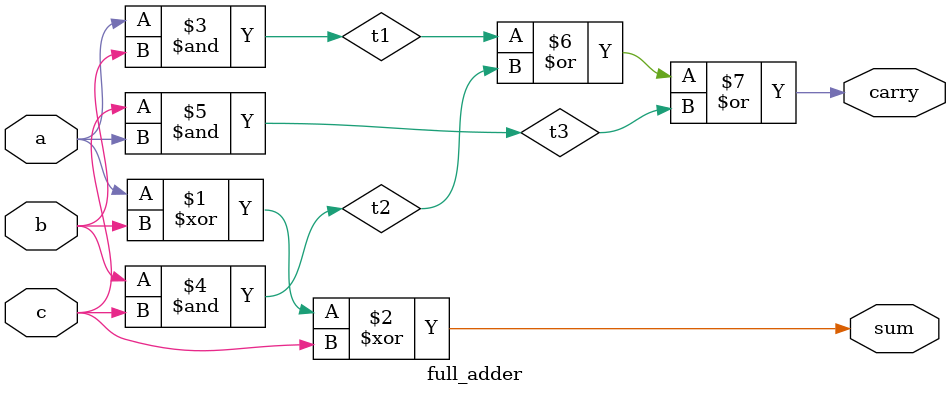
<source format=v>
module full_adder(input a,input b,input c,output sum,output carry);
wire t1,t2,t3;
xor X1(sum,a,b,c);
and A1(t1,a,b);
and A2(t2,b,c);
and A3(t3,c,a);
or O1(carry,t1,t2,t3);
endmodule

</source>
